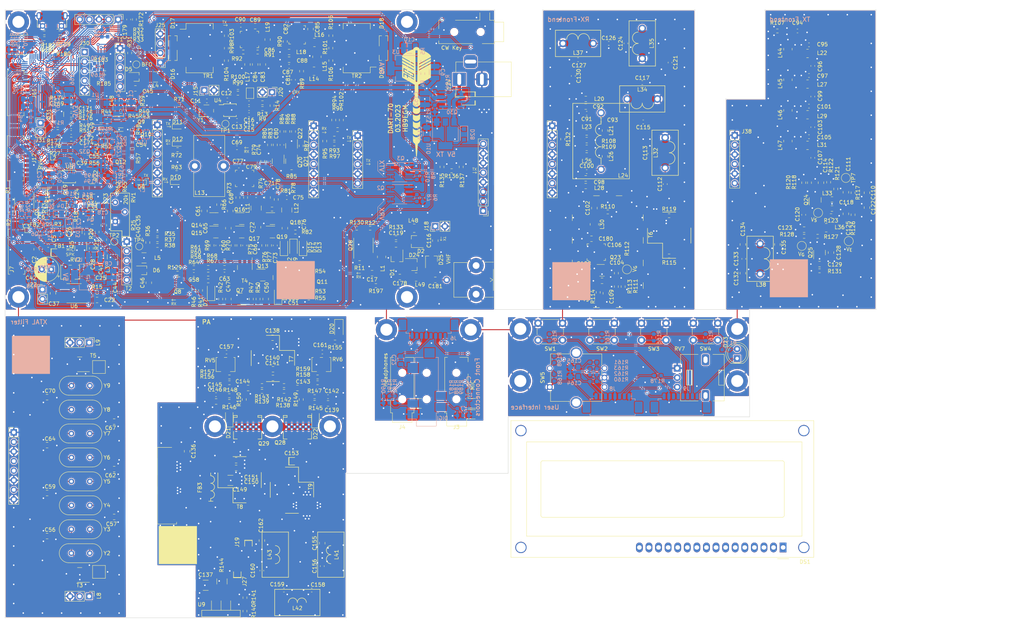
<source format=kicad_pcb>
(kicad_pcb (version 20211014) (generator pcbnew)

  (general
    (thickness 1.6)
  )

  (paper "A4")
  (title_block
    (title "DART-70 TRX")
    (date "2023-02-24")
    (rev "0")
    (company "HB9EGM")
  )

  (layers
    (0 "F.Cu" signal)
    (31 "B.Cu" signal)
    (32 "B.Adhes" user "B.Adhesive")
    (33 "F.Adhes" user "F.Adhesive")
    (34 "B.Paste" user)
    (35 "F.Paste" user)
    (36 "B.SilkS" user "B.Silkscreen")
    (37 "F.SilkS" user "F.Silkscreen")
    (38 "B.Mask" user)
    (39 "F.Mask" user)
    (40 "Dwgs.User" user "User.Drawings")
    (41 "Cmts.User" user "User.Comments")
    (42 "Eco1.User" user "User.Eco1")
    (43 "Eco2.User" user "User.Eco2")
    (44 "Edge.Cuts" user)
    (45 "Margin" user)
    (46 "B.CrtYd" user "B.Courtyard")
    (47 "F.CrtYd" user "F.Courtyard")
    (48 "B.Fab" user)
    (49 "F.Fab" user)
    (50 "User.1" user)
    (51 "User.2" user)
    (52 "User.3" user)
    (53 "User.4" user)
    (54 "User.5" user)
    (55 "User.6" user)
    (56 "User.7" user)
    (57 "User.8" user)
    (58 "User.9" user)
  )

  (setup
    (stackup
      (layer "F.SilkS" (type "Top Silk Screen"))
      (layer "F.Paste" (type "Top Solder Paste"))
      (layer "F.Mask" (type "Top Solder Mask") (thickness 0.01))
      (layer "F.Cu" (type "copper") (thickness 0.035))
      (layer "dielectric 1" (type "core") (thickness 1.51) (material "FR4") (epsilon_r 4.5) (loss_tangent 0.02))
      (layer "B.Cu" (type "copper") (thickness 0.035))
      (layer "B.Mask" (type "Bottom Solder Mask") (thickness 0.01))
      (layer "B.Paste" (type "Bottom Solder Paste"))
      (layer "B.SilkS" (type "Bottom Silk Screen"))
      (copper_finish "None")
      (dielectric_constraints no)
    )
    (pad_to_mask_clearance 0)
    (pcbplotparams
      (layerselection 0x0000130_ffffffff)
      (disableapertmacros false)
      (usegerberextensions false)
      (usegerberattributes true)
      (usegerberadvancedattributes true)
      (creategerberjobfile true)
      (svguseinch false)
      (svgprecision 6)
      (excludeedgelayer true)
      (plotframeref false)
      (viasonmask false)
      (mode 1)
      (useauxorigin false)
      (hpglpennumber 1)
      (hpglpenspeed 20)
      (hpglpendiameter 15.000000)
      (dxfpolygonmode true)
      (dxfimperialunits true)
      (dxfusepcbnewfont true)
      (psnegative false)
      (psa4output false)
      (plotreference true)
      (plotvalue true)
      (plotinvisibletext false)
      (sketchpadsonfab false)
      (subtractmaskfromsilk false)
      (outputformat 5)
      (mirror false)
      (drillshape 0)
      (scaleselection 1)
      (outputdirectory "out")
    )
  )

  (net 0 "")
  (net 1 "+12V")
  (net 2 "GND")
  (net 3 "Net-(C2-Pad1)")
  (net 4 "Net-(C3-Pad1)")
  (net 5 "+9VA")
  (net 6 "/MIC")
  (net 7 "Net-(C6-Pad2)")
  (net 8 "+5VA")
  (net 9 "Net-(C10-Pad1)")
  (net 10 "Net-(C11-Pad1)")
  (net 11 "Net-(C11-Pad2)")
  (net 12 "Net-(C14-Pad1)")
  (net 13 "Net-(C14-Pad2)")
  (net 14 "Net-(C15-Pad1)")
  (net 15 "/BFO")
  (net 16 "Net-(C16-Pad1)")
  (net 17 "Net-(C16-Pad2)")
  (net 18 "Net-(C17-Pad1)")
  (net 19 "/Antenna Switch/TX")
  (net 20 "Net-(C18-Pad1)")
  (net 21 "Net-(C18-Pad2)")
  (net 22 "Net-(C19-Pad1)")
  (net 23 "Net-(C19-Pad2)")
  (net 24 "Net-(C20-Pad1)")
  (net 25 "Net-(C20-Pad2)")
  (net 26 "Net-(C22-Pad1)")
  (net 27 "Net-(C23-Pad1)")
  (net 28 "Net-(C23-Pad2)")
  (net 29 "Net-(C25-Pad1)")
  (net 30 "Net-(C25-Pad2)")
  (net 31 "Net-(C26-Pad1)")
  (net 32 "Net-(C27-Pad1)")
  (net 33 "Net-(C27-Pad2)")
  (net 34 "Net-(C28-Pad1)")
  (net 35 "+VRX")
  (net 36 "Net-(C31-Pad1)")
  (net 37 "Net-(C33-Pad1)")
  (net 38 "/Baseband/VAGC")
  (net 39 "Net-(C37-Pad1)")
  (net 40 "Net-(C39-Pad1)")
  (net 41 "Net-(C39-Pad2)")
  (net 42 "Net-(C40-Pad2)")
  (net 43 "Net-(C41-Pad2)")
  (net 44 "Net-(C42-Pad1)")
  (net 45 "/Baseband/SPKR_OUT")
  (net 46 "Net-(C43-Pad2)")
  (net 47 "Net-(C44-Pad2)")
  (net 48 "Net-(C45-Pad1)")
  (net 49 "Net-(C45-Pad2)")
  (net 50 "Net-(C46-Pad1)")
  (net 51 "Net-(C46-Pad2)")
  (net 52 "Net-(C47-Pad1)")
  (net 53 "Net-(C47-Pad2)")
  (net 54 "Net-(C48-Pad1)")
  (net 55 "Net-(C48-Pad2)")
  (net 56 "Net-(C49-Pad1)")
  (net 57 "Net-(C49-Pad2)")
  (net 58 "Net-(C50-Pad1)")
  (net 59 "Net-(C51-Pad2)")
  (net 60 "Net-(C52-Pad1)")
  (net 61 "Net-(C53-Pad1)")
  (net 62 "Net-(C53-Pad2)")
  (net 63 "Net-(C54-Pad2)")
  (net 64 "Net-(C55-Pad1)")
  (net 65 "Net-(C55-Pad2)")
  (net 66 "Net-(C56-Pad2)")
  (net 67 "Net-(C57-Pad2)")
  (net 68 "Net-(C58-Pad1)")
  (net 69 "Net-(C59-Pad2)")
  (net 70 "Net-(C60-Pad2)")
  (net 71 "Net-(C61-Pad1)")
  (net 72 "Net-(C62-Pad2)")
  (net 73 "Net-(C63-Pad2)")
  (net 74 "Net-(C64-Pad2)")
  (net 75 "Net-(C65-Pad1)")
  (net 76 "Net-(C65-Pad2)")
  (net 77 "Net-(C66-Pad2)")
  (net 78 "Net-(C67-Pad2)")
  (net 79 "Net-(C68-Pad1)")
  (net 80 "Net-(C69-Pad1)")
  (net 81 "Net-(C69-Pad2)")
  (net 82 "Net-(C70-Pad2)")
  (net 83 "Net-(C71-Pad2)")
  (net 84 "Net-(C72-Pad1)")
  (net 85 "Net-(C72-Pad2)")
  (net 86 "Net-(C73-Pad2)")
  (net 87 "Net-(C74-Pad2)")
  (net 88 "Net-(C75-Pad2)")
  (net 89 "Net-(C76-Pad1)")
  (net 90 "Net-(C76-Pad2)")
  (net 91 "Net-(C78-Pad1)")
  (net 92 "Net-(C80-Pad1)")
  (net 93 "Net-(C80-Pad2)")
  (net 94 "Net-(C81-Pad1)")
  (net 95 "Net-(C81-Pad2)")
  (net 96 "Net-(C82-Pad1)")
  (net 97 "Net-(C82-Pad2)")
  (net 98 "Net-(C83-Pad2)")
  (net 99 "Net-(C86-Pad1)")
  (net 100 "Net-(C86-Pad2)")
  (net 101 "Net-(C87-Pad2)")
  (net 102 "Net-(C90-Pad2)")
  (net 103 "/70MHz VHF Frontend/VHF_RX")
  (net 104 "/70MHz VHF Frontend/TX_FROM_MIX")
  (net 105 "Net-(C94-Pad2)")
  (net 106 "Net-(C96-Pad2)")
  (net 107 "Net-(C100-Pad2)")
  (net 108 "Net-(C101-Pad2)")
  (net 109 "Net-(C102-Pad2)")
  (net 110 "Net-(C103-Pad1)")
  (net 111 "Net-(C104-Pad2)")
  (net 112 "Net-(C106-Pad1)")
  (net 113 "Net-(C107-Pad2)")
  (net 114 "Net-(C108-Pad1)")
  (net 115 "Net-(C109-Pad2)")
  (net 116 "/70MHz VHF Frontend/+VTX_FE")
  (net 117 "Net-(C111-Pad2)")
  (net 118 "Net-(C112-Pad1)")
  (net 119 "Net-(C112-Pad2)")
  (net 120 "Net-(C114-Pad2)")
  (net 121 "Net-(C115-Pad2)")
  (net 122 "Net-(C118-Pad2)")
  (net 123 "Net-(C120-Pad1)")
  (net 124 "Net-(C120-Pad2)")
  (net 125 "Net-(C121-Pad1)")
  (net 126 "Net-(C125-Pad2)")
  (net 127 "Net-(C126-Pad1)")
  (net 128 "Net-(C128-Pad1)")
  (net 129 "Net-(C128-Pad2)")
  (net 130 "Net-(C129-Pad1)")
  (net 131 "/70MHz VHF Frontend/RX_TO_MIX")
  (net 132 "/70MHz VHF Frontend/VHF_TX")
  (net 133 "Net-(C136-Pad2)")
  (net 134 "VGG1")
  (net 135 "Net-(C140-Pad1)")
  (net 136 "Net-(C140-Pad2)")
  (net 137 "Net-(C143-Pad1)")
  (net 138 "Net-(C143-Pad2)")
  (net 139 "Net-(C144-Pad1)")
  (net 140 "Net-(C144-Pad2)")
  (net 141 "VGG2")
  (net 142 "+3V3")
  (net 143 "/PA 70MHz/VG_5V")
  (net 144 "Net-(C155-Pad2)")
  (net 145 "Net-(C156-Pad2)")
  (net 146 "Net-(C159-Pad2)")
  (net 147 "/Control on separate board/ENC_B")
  (net 148 "/Control on separate board/ENC_A")
  (net 149 "/Control on separate board/3.3V_UI")
  (net 150 "Net-(C169-Pad1)")
  (net 151 "Net-(C171-Pad1)")
  (net 152 "Net-(C172-Pad1)")
  (net 153 "Net-(C173-Pad2)")
  (net 154 "Net-(C164-Pad2)")
  (net 155 "Net-(C176-Pad1)")
  (net 156 "Net-(C165-Pad1)")
  (net 157 "Net-(C116-Pad1)")
  (net 158 "Net-(D5-Pad1)")
  (net 159 "Net-(D5-Pad2)")
  (net 160 "Net-(D6-Pad1)")
  (net 161 "Net-(D6-Pad2)")
  (net 162 "Net-(D7-Pad2)")
  (net 163 "Net-(D8-Pad2)")
  (net 164 "Net-(C178-Pad1)")
  (net 165 "Net-(D10-Pad1)")
  (net 166 "Net-(D9-Pad2)")
  (net 167 "Net-(D11-Pad1)")
  (net 168 "Net-(D10-Pad2)")
  (net 169 "Net-(D13-Pad2)")
  (net 170 "Net-(D14-Pad2)")
  (net 171 "Net-(D15-Pad2)")
  (net 172 "Net-(D16-Pad1)")
  (net 173 "Net-(D16-Pad2)")
  (net 174 "Net-(D16-Pad3)")
  (net 175 "Net-(D17-Pad3)")
  (net 176 "Net-(D18-Pad1)")
  (net 177 "Net-(D18-Pad2)")
  (net 178 "Net-(D18-Pad3)")
  (net 179 "Net-(D19-Pad3)")
  (net 180 "Net-(D20-Pad2)")
  (net 181 "Net-(D21-Pad2)")
  (net 182 "/Control on separate board/STATUSn")
  (net 183 "Net-(D23-Pad2)")
  (net 184 "unconnected-(DS1-Pad1)")
  (net 185 "unconnected-(DS1-Pad2)")
  (net 186 "unconnected-(DS1-Pad3)")
  (net 187 "unconnected-(DS1-Pad4)")
  (net 188 "unconnected-(DS1-Pad5)")
  (net 189 "unconnected-(DS1-Pad6)")
  (net 190 "unconnected-(DS1-Pad7)")
  (net 191 "unconnected-(DS1-Pad8)")
  (net 192 "unconnected-(DS1-Pad9)")
  (net 193 "unconnected-(DS1-Pad10)")
  (net 194 "unconnected-(DS1-Pad11)")
  (net 195 "unconnected-(DS1-Pad12)")
  (net 196 "unconnected-(DS1-Pad13)")
  (net 197 "unconnected-(DS1-Pad14)")
  (net 198 "unconnected-(DS1-Pad15)")
  (net 199 "unconnected-(DS1-Pad16)")
  (net 200 "Net-(FB1-Pad2)")
  (net 201 "unconnected-(J3-PadNC)")
  (net 202 "Net-(C30-Pad2)")
  (net 203 "unconnected-(J3-PadR1)")
  (net 204 "Net-(J3-PadS)")
  (net 205 "Net-(J3-PadT)")
  (net 206 "unconnected-(J3-PadTN)")
  (net 207 "Net-(J4-PadR)")
  (net 208 "Net-(J4-PadTN)")
  (net 209 "/CW_RING")
  (net 210 "/CW_TIP")
  (net 211 "unconnected-(J5-PadTN)")
  (net 212 "Net-(C30-Pad1)")
  (net 213 "Net-(C32-Pad2)")
  (net 214 "Net-(C32-Pad1)")
  (net 215 "/Baseband/SPKR_DET")
  (net 216 "Net-(J8-Pad3)")
  (net 217 "Net-(J9-Pad2)")
  (net 218 "Net-(J9-Pad3)")
  (net 219 "Net-(J9-Pad4)")
  (net 220 "Net-(J9-Pad5)")
  (net 221 "unconnected-(J9-Pad6)")
  (net 222 "unconnected-(J12-Pad3)")
  (net 223 "/Baseband/GPIO_XTAL")
  (net 224 "/EN_VRX")
  (net 225 "/EN_VTX")
  (net 226 "Net-(D28-Pad1)")
  (net 227 "/Baseband/CW_KEYn")
  (net 228 "/Baseband/CW_TONE")
  (net 229 "/MIC_PTT")
  (net 230 "/Baseband/SPKR_VOL")
  (net 231 "/MUTE_MICn")
  (net 232 "/SDA")
  (net 233 "/SCL")
  (net 234 "/S_METER")
  (net 235 "/Baseband/VHF_IN")
  (net 236 "/Baseband/VHF_OUT")
  (net 237 "/CLK1")
  (net 238 "Net-(J22-Pad2)")
  (net 239 "+VTX")
  (net 240 "Net-(J24-Pad2)")
  (net 241 "unconnected-(J24-Pad4)")
  (net 242 "unconnected-(J24-Pad5)")
  (net 243 "Net-(J24-Pad7)")
  (net 244 "/Control on separate board/DISP_LAT")
  (net 245 "/Control on separate board/I2C2_SDA")
  (net 246 "/Control on separate board/I2C2_SCL")
  (net 247 "/Control on separate board/PC14")
  (net 248 "/Control on separate board/PC13")
  (net 249 "Net-(C93-Pad1)")
  (net 250 "/Control on separate board/USART1_TX")
  (net 251 "/Control on separate board/USART1_RX")
  (net 252 "/Control on separate board/PB15")
  (net 253 "unconnected-(J34-Pad1)")
  (net 254 "/Control on separate board/USB_DM")
  (net 255 "/Control on separate board/USB_DP")
  (net 256 "Net-(J34-Pad4)")
  (net 257 "/Control on separate board/SWCLK")
  (net 258 "/Control on separate board/SWDIO")
  (net 259 "/Control on separate board/RESETn")
  (net 260 "/LO1")
  (net 261 "Net-(L14-Pad1)")
  (net 262 "Net-(L15-Pad1)")
  (net 263 "Net-(L19-Pad1)")
  (net 264 "Net-(L21-Pad2)")
  (net 265 "Net-(L23-Pad2)")
  (net 266 "Net-(L25-Pad2)")
  (net 267 "Net-(Q1-Pad2)")
  (net 268 "Net-(Q2-Pad4)")
  (net 269 "Net-(Q3-Pad4)")
  (net 270 "Net-(Q6-Pad1)")
  (net 271 "Net-(Q7-Pad1)")
  (net 272 "Net-(Q10-Pad1)")
  (net 273 "Net-(Q10-Pad2)")
  (net 274 "Net-(Q11-Pad1)")
  (net 275 "Net-(Q11-Pad3)")
  (net 276 "Net-(Q13-Pad1)")
  (net 277 "Net-(Q14-Pad2)")
  (net 278 "Net-(Q14-Pad3)")
  (net 279 "Net-(Q16-Pad2)")
  (net 280 "Net-(Q18-Pad2)")
  (net 281 "Net-(Q20-Pad1)")
  (net 282 "Net-(Q21-Pad1)")
  (net 283 "Net-(Q23-Pad1)")
  (net 284 "Net-(Q24-Pad4)")
  (net 285 "/70MHz VHF Frontend/+VRX_FE")
  (net 286 "Net-(Q30-Pad4)")
  (net 287 "Net-(R22-Pad2)")
  (net 288 "Net-(R23-Pad2)")
  (net 289 "Net-(R28-Pad2)")
  (net 290 "Net-(R31-Pad1)")
  (net 291 "Net-(R31-Pad2)")
  (net 292 "Net-(R35-Pad1)")
  (net 293 "Net-(R36-Pad1)")
  (net 294 "Net-(R93-Pad1)")
  (net 295 "Net-(R103-Pad2)")
  (net 296 "Net-(R104-Pad2)")
  (net 297 "Net-(R100-Pad1)")
  (net 298 "Net-(R101-Pad1)")
  (net 299 "Net-(R111-Pad2)")
  (net 300 "Net-(R140-Pad1)")
  (net 301 "Net-(J27-Pad1)")
  (net 302 "Net-(R157-Pad1)")
  (net 303 "Net-(R159-Pad1)")
  (net 304 "Net-(R160-Pad1)")
  (net 305 "Net-(R161-Pad2)")
  (net 306 "/Control on separate board/BTN0")
  (net 307 "/Control on separate board/BTN1")
  (net 308 "/Control on separate board/BTN2")
  (net 309 "/Control on separate board/BTN3")
  (net 310 "Net-(R168-Pad1)")
  (net 311 "/Control on separate board/ENC_BTN")
  (net 312 "/Control on separate board/XTAL1")
  (net 313 "/Control on separate board/XTAL2")
  (net 314 "/Control on separate board/PWM_CW")
  (net 315 "/Control on separate board/MUTE_SPKR")
  (net 316 "Net-(R178-Pad2)")
  (net 317 "Net-(R179-Pad2)")
  (net 318 "Net-(R180-Pad2)")
  (net 319 "/Control on separate board/BOOT0")
  (net 320 "/Control on separate board/BOOT1")
  (net 321 "unconnected-(T3-Pad2)")
  (net 322 "unconnected-(T5-Pad2)")
  (net 323 "unconnected-(TR1-Pad10)")
  (net 324 "unconnected-(TR1-Pad15)")
  (net 325 "unconnected-(TR2-Pad10)")
  (net 326 "unconnected-(TR2-Pad15)")
  (net 327 "Net-(U4-Pad3)")
  (net 328 "Net-(D23-Pad1)")
  (net 329 "Net-(D22-Pad2)")
  (net 330 "unconnected-(T4-Pad2)")
  (net 331 "/Antenna Switch/RX")
  (net 332 "Net-(C38-Pad1)")
  (net 333 "Net-(L22-Pad2)")
  (net 334 "Net-(L27-Pad2)")
  (net 335 "Net-(L29-Pad2)")
  (net 336 "Net-(L31-Pad2)")
  (net 337 "unconnected-(U11-Pad1)")
  (net 338 "Net-(C119-Pad1)")
  (net 339 "/Antenna Switch/ANT")
  (net 340 "/Antenna Switch/V_{PIN}")
  (net 341 "Net-(Q26-Pad5)")
  (net 342 "Net-(Q26-Pad7)")
  (net 343 "/TX_to_PA")
  (net 344 "/Baseband/AGC_to_METER")
  (net 345 "Net-(C136-Pad1)")
  (net 346 "/PA 70MHz/V_{DD}")
  (net 347 "Net-(C154-Pad1)")
  (net 348 "Net-(C137-Pad1)")
  (net 349 "Net-(C181-Pad2)")
  (net 350 "Net-(FB3-Pad1)")
  (net 351 "Net-(J16-Pad5)")
  (net 352 "Net-(C162-Pad2)")
  (net 353 "Net-(J8-Pad2)")
  (net 354 "Net-(J8-Pad5)")
  (net 355 "Net-(Q1-Pad4)")
  (net 356 "Net-(C148-Pad2)")
  (net 357 "Net-(Q28-Pad1)")
  (net 358 "Net-(Q29-Pad1)")
  (net 359 "Net-(C147-Pad2)")
  (net 360 "Net-(C163-Pad1)")
  (net 361 "Net-(C163-Pad2)")
  (net 362 "Net-(C177-Pad2)")
  (net 363 "Net-(J7-Pad4)")
  (net 364 "unconnected-(J28-PadNC)")
  (net 365 "Net-(J28-PadR1)")
  (net 366 "Net-(J28-PadR2)")
  (net 367 "unconnected-(J28-PadTN)")
  (net 368 "Net-(Q27-Pad1)")
  (net 369 "Net-(Q32-Pad1)")
  (net 370 "/Control on separate board/PB4")
  (net 371 "/VOX_PTTn")
  (net 372 "Net-(D11-Pad2)")

  (footprint "Capacitor_SMD:C_0603_1608Metric_Pad1.08x0.95mm_HandSolder" (layer "F.Cu") (at 30.48 52.832 180))

  (footprint "Resistor_SMD:R_0603_1608Metric_Pad0.98x0.95mm_HandSolder" (layer "F.Cu") (at 224.663 66.167 -90))

  (footprint "Crystal:Crystal_HC49-U_Vertical" (layer "F.Cu") (at 30.531 145.41))

  (footprint "Resistor_SMD:R_0603_1608Metric_Pad0.98x0.95mm_HandSolder" (layer "F.Cu") (at 72.42 119.228))

  (footprint "Resistor_SMD:R_0603_1608Metric_Pad0.98x0.95mm_HandSolder" (layer "F.Cu") (at 89.916 79.248))

  (footprint "Package_SO:MSOP-10_3x3mm_P0.5mm" (layer "F.Cu") (at 29.972 64.516))

  (footprint "mpb:four_4mm_pads_narrow" (layer "F.Cu") (at 83.85 112.624 -90))

  (footprint "Potentiometer_SMD:Potentiometer_Bourns_3214W_Vertical" (layer "F.Cu") (at 23.368 65.024 -90))

  (footprint "Potentiometer_SMD:Potentiometer_Bourns_3214W_Vertical" (layer "F.Cu") (at 26.67 72.898 180))

  (footprint "Resistor_SMD:R_0603_1608Metric_Pad0.98x0.95mm_HandSolder" (layer "F.Cu") (at 237.744 74.676 90))

  (footprint "Capacitor_SMD:C_0603_1608Metric_Pad1.08x0.95mm_HandSolder" (layer "F.Cu") (at 183.896 58.42 -90))

  (footprint "Resistor_SMD:R_0603_1608Metric_Pad0.98x0.95mm_HandSolder" (layer "F.Cu") (at 59.0785 45.466))

  (footprint "Capacitor_SMD:C_0603_1608Metric_Pad1.08x0.95mm_HandSolder" (layer "F.Cu") (at 42.672 44.45 90))

  (footprint "Resistor_SMD:R_0603_1608Metric_Pad0.98x0.95mm_HandSolder" (layer "F.Cu") (at 228.346 80.391 180))

  (footprint "Capacitor_SMD:C_0805_2012Metric_Pad1.18x1.45mm_HandSolder" (layer "F.Cu") (at 83.977 115.672))

  (footprint "Capacitor_SMD:C_0805_2012Metric_Pad1.18x1.45mm_HandSolder" (layer "F.Cu") (at 83.9555 117.958))

  (footprint "Diode_SMD:D_SOD-123F" (layer "F.Cu") (at 86.868 83.312 90))

  (footprint "Resistor_SMD:R_0603_1608Metric_Pad0.98x0.95mm_HandSolder" (layer "F.Cu") (at 48.514 32.507 180))

  (footprint "mpb:PLD-1.5W" (layer "F.Cu") (at 77.246 130.912))

  (footprint "Capacitor_SMD:C_0805_2012Metric_Pad1.18x1.45mm_HandSolder" (layer "F.Cu") (at 61.214 137.414 -90))

  (footprint "Capacitor_SMD:C_0805_2012Metric_Pad1.18x1.45mm_HandSolder" (layer "F.Cu") (at 208.534 82.55 -90))

  (footprint "Connector_BarrelJack:BarrelJack_Horizontal" (layer "F.Cu") (at 133.35 38.735 180))

  (footprint "Inductor_SMD:L_1008_2520Metric_Pad1.43x2.20mm_HandSolder" (layer "F.Cu") (at 220.472 30.734 90))

  (footprint "Package_TO_SOT_SMD:SOT-23" (layer "F.Cu") (at 58.674 92.71 180))

  (footprint "MountingHole:MountingHole_3.2mm_M3_DIN965_Pad" (layer "F.Cu") (at 149.536 104.956))

  (footprint "Resistor_SMD:R_0603_1608Metric_Pad0.98x0.95mm_HandSolder" (layer "F.Cu") (at 46.6575 52.07 90))

  (footprint "TestPoint:TestPoint_Pad_3.0x3.0mm" (layer "F.Cu") (at 37.846 169.418))

  (footprint "Capacitor_SMD:C_0805_2012Metric_Pad1.18x1.45mm_HandSolder" (layer "F.Cu") (at 168.402 81.026 180))

  (footprint "Inductor_SMD:L_1008_2520Metric_Pad1.43x2.20mm_HandSolder" (layer "F.Cu") (at 94.957 28.956))

  (footprint "Connector_PinHeader_1.27mm:PinHeader_2x04_P1.27mm_Vertical_SMD" (layer "F.Cu") (at 17.272 29.591))

  (footprint "Capacitor_SMD:C_0805_2012Metric_Pad1.18x1.45mm_HandSolder" (layer "F.Cu") (at 97.028 161.798 90))

  (footprint "Capacitor_SMD:C_0603_1608Metric_Pad1.08x0.95mm_HandSolder" (layer "F.Cu") (at 40.8155 51.562 90))

  (footprint "mpb:two_4mm_pads" (layer "F.Cu") (at 135.89 43.815 -90))

  (footprint "Inductor_SMD:L_1008_2520Metric_Pad1.43x2.20mm_HandSolder" (layer "F.Cu") (at 220.472 55.118 90))

  (footprint "Capacitor_SMD:C_0805_2012Metric_Pad1.18x1.45mm_HandSolder" (layer "F.Cu") (at 82.042 97.028 -90))

  (footprint "Capacitor_SMD:C_0603_1608Metric_Pad1.08x0.95mm_HandSolder" (layer "F.Cu") (at 89.408 38.862 90))

  (footprint "Resistor_SMD:R_0603_1608Metric_Pad0.98x0.95mm_HandSolder" (layer "F.Cu") (at 39.7995 48.768))

  (footprint "Inductor_SMD:L_0805_2012Metric_Pad1.15x1.40mm_HandSolder" (layer "F.Cu") (at 167.132 52.832 180))

  (footprint "TestPoint:TestPoint_Pad_D2.0mm" (layer "F.Cu") (at 236.601 81.661 -90))

  (footprint "Resistor_SMD:R_0603_1608Metric_Pad0.98x0.95mm_HandSolder" (layer "F.Cu") (at 72.39 124.206 180))

  (footprint "Package_TO_SOT_SMD:SOT-323_SC-70_Handsoldering" (layer "F.Cu") (at 57.404 27.9185 90))

  (footprint "Resistor_SMD:R_0603_1608Metric_Pad0.98x0.95mm_HandSolder" (layer "F.Cu") (at 76.543 179.822 -90))

  (footprint "Resistor_SMD:R_0603_1608Metric_Pad0.98x0.95mm_HandSolder" (layer "F.Cu") (at 74.676 70.104 -90))

  (footprint "Capacitor_SMD:C_0603_1608Metric_Pad1.08x0.95mm_HandSolder" (layer "F.Cu") (at 76.454 82.804 90))

  (footprint "Potentiometer_SMD:Potentiometer_Bourns_3214W_Vertical" (layer "F.Cu") (at 96.804 114.402))

  (footprint "Capacitor_SMD:C_0805_2012Metric_Pad1.18x1.45mm_HandSolder" (layer "F.Cu") (at 241.427 68.834 90))

  (footprint "Capacitor_SMD:C_0805_2012Metric_Pad1.18x1.45mm_HandSolder" (layer "F.Cu") (at 41.871 129.535 180))

  (footprint "Capacitor_SMD:C_0805_2012Metric_Pad1.18x1.45mm_HandSolder" (layer "F.Cu") (at 79.248 34.798 -90))

  (footprint "Crystal:Crystal_HC49-U_Vertical" (layer "F.Cu") (at 35.431 120.01 180))

  (footprint "Jumper:SolderJumper-2_P1.3mm_Open_TrianglePad1.0x1.5mm" (layer "F.Cu") (at 77.8775 42.418 90))

  (footprint "Capacitor_SMD:C_0805_2012Metric_Pad1.18x1.45mm_HandSolder" (layer "F.Cu") (at 232.156 73.025 180))

  (footprint "Resistor_SMD:R_0603_1608Metric_Pad0.98x0.95mm_HandSolder" (layer "F.Cu") (at 89.408 52.578 -90))

  (footprint "Resistor_SMD:R_0603_1608Metric_Pad0.98x0.95mm_HandSolder" (layer "F.Cu") (at 228.854 89.535 180))

  (footprint "Resistor_SMD:R_0603_1608Metric_Pad0.98x0.95mm_HandSolder" (layer "F.Cu") (at 231.902 74.93))

  (footprint "Capacitor_SMD:C_0805_2012Metric_Pad1.18x1.45mm_HandSolder" (layer "F.Cu") (at 241.427 72.771 -90))

  (footprint "mpb:TO-220-3_Vertical_SMD" (layer "F.Cu")
    (tedit 605B297E) (tstamp 1c1eebce-3ee0-4d91-b1d4-9bfd3669f304)
    (at 72.743 175.919 180)
    (descr "TO-220-3, Horizontal, RM 2.54mm, see https://www.vishay.com/docs/66542/to-220-1.pdf")
    (tags "TO-220-3 Horizontal RM 2.54mm")
    (property "Need_order" "0")
    (property "Sheetfile" "pa_70.kicad_sch")
    (property "Sheetname" "PA 7
... [6613409 chars truncated]
</source>
